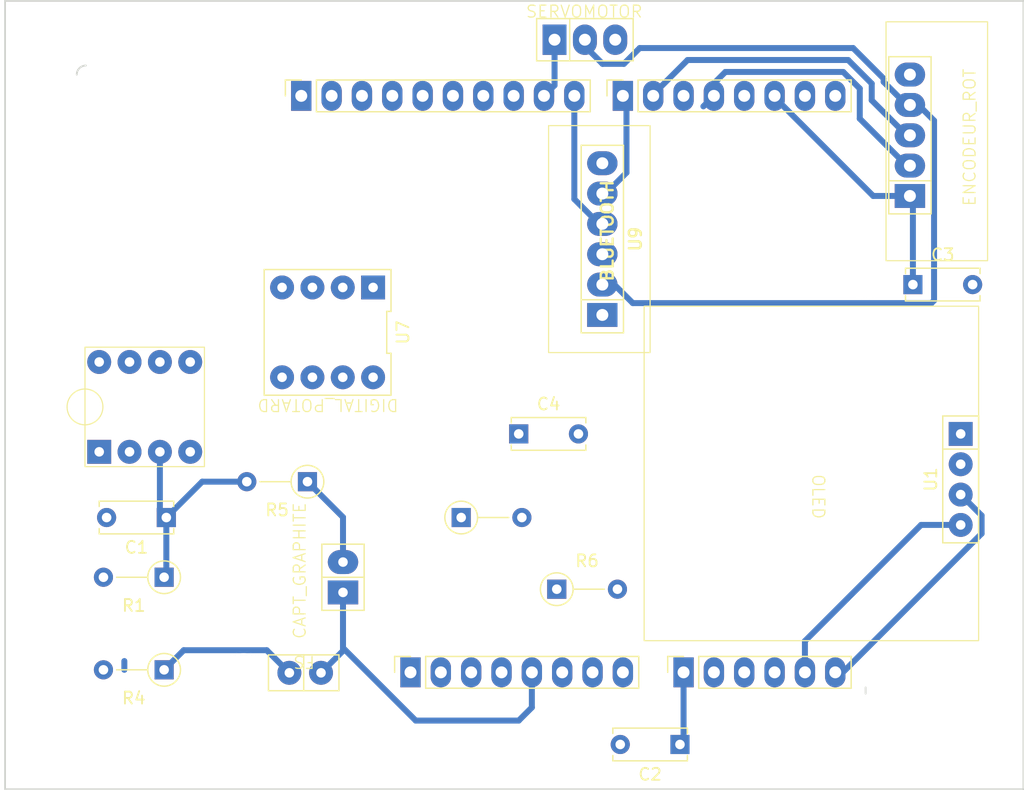
<source format=kicad_pcb>
(kicad_pcb (version 20241229) (generator "pcbnew") (generator_version "9.0")
  (title_block (date "mar. 31 mars 2015"))
  (layers (0 "F.Cu" signal) (2 "B.Cu" signal) (13 "F.Paste" user) (15 "B.Paste" user) (5 "F.SilkS" user "F.Silkscreen") (7 "B.SilkS" user "B.Silkscreen") (1 "F.Mask" user) (3 "B.Mask" user) (25 "Edge.Cuts" user))
  (net 0 "")
  (net 1 "GND")
  (net 3 "/AREF")
  (net 4 "/IOREF")
  (net 5 "/A2")
  (net 6 "/A3")
  (net 7 "/13")
  (net 8 "/12")
  (net 9 "/*11")
  (net 10 "/*10")
  (net 11 "/*9")
  (net 12 "/*5")
  (net 13 "/TX{slash}1")
  (net 14 "/*3")
  (net 15 "/RX{slash}0")
  (net 16 "+3V3")
  (net 17 "VCC")
  (net 18 "/~{RESET}")
  (net 19 "Net-(U4-IN+)")
  (net 20 "Net-(U4-OUT)")
  (net 21 "5V")
  (net 22 "R2")
  (net 23 "OUT_CAPT")
  (net 24 "CAPT_AMPL")
  (net 25 "CLK")
  (net 26 "SCL")
  (net 27 "SDA")
  (net 28 "TXD")
  (net 29 "OUT_FLEX")
  (net 30 "RX")
  (net 31 "SW")
  (net 32 "DT")
  (footprint "Connector_PinSocket_2.54mm:PinSocket_1x08_P2.54mm_Vertical" (layer "F.Cu") (at 127.94 97.46 90)
    (property "Reference" "J1" (hide yes))
    (property "Value" "Power")
    (fp_line (start 1.33 -1.33) (end 1.33 0) (stroke (width 0.12)) (layer "F.SilkS"))
    (fp_line (start 0 -1.33) (end 1.33 -1.33) (stroke (width 0.12)) (layer "F.SilkS"))
    (fp_line (start 1.33 1.27) (end 1.33 19.11) (stroke (width 0.12)) (layer "F.SilkS"))
    (fp_line (start -1.33 1.27) (end 1.33 1.27) (stroke (width 0.12)) (layer "F.SilkS"))
    (fp_line (start -1.33 1.27) (end -1.33 19.11) (stroke (width 0.12)) (layer "F.SilkS"))
    (fp_line (start -1.33 19.11) (end 1.33 19.11) (stroke (width 0.12)) (layer "F.SilkS"))
    (pad "1" thru_hole rect (at 0 0 90) (size 2.5 1.7) (drill 1) (layers "*.Cu" "*.Mask"))
    (pad "2" thru_hole oval (at 0 2.54 90) (size 2.5 1.7) (drill 1) (layers "*.Cu" "*.Mask") (net 4 "/IOREF"))
    (pad "3" thru_hole oval (at 0 5.08 90) (size 2.5 1.7) (drill 1) (layers "*.Cu" "*.Mask") (net 18 "/~{RESET}"))
    (pad "4" thru_hole oval (at 0 7.62 90) (size 2.5 1.7) (drill 1) (layers "*.Cu" "*.Mask") (net 16 "+3V3"))
    (pad "5" thru_hole oval (at 0 10.16 90) (size 2.5 1.7) (drill 1) (layers "*.Cu" "*.Mask") (net 21 "5V"))
    (pad "6" thru_hole oval (at 0 12.7 90) (size 2.5 1.7) (drill 1) (layers "*.Cu" "*.Mask") (net 1 "GND"))
    (pad "7" thru_hole oval (at 0 15.24 90) (size 2.5 1.7) (drill 1) (layers "*.Cu" "*.Mask") (net 1 "GND"))
    (pad "8" thru_hole oval (at 0 17.78 90) (size 2.5 1.7) (drill 1) (layers "*.Cu" "*.Mask") (net 17 "VCC"))
  )
  (footprint "Connector_PinSocket_2.54mm:PinSocket_1x06_P2.54mm_Vertical" (layer "F.Cu") (at 150.8 97.46 90)
    (property "Reference" "J3" (hide yes))
    (property "Value" "Analog")
    (fp_line (start 1.33 -1.33) (end 1.33 0) (stroke (width 0.12)) (layer "F.SilkS"))
    (fp_line (start 0 -1.33) (end 1.33 -1.33) (stroke (width 0.12)) (layer "F.SilkS"))
    (fp_line (start 1.33 1.27) (end 1.33 14.03) (stroke (width 0.12)) (layer "F.SilkS"))
    (fp_line (start -1.33 1.27) (end 1.33 1.27) (stroke (width 0.12)) (layer "F.SilkS"))
    (fp_line (start -1.33 1.27) (end -1.33 14.03) (stroke (width 0.12)) (layer "F.SilkS"))
    (fp_line (start -1.33 14.03) (end 1.33 14.03) (stroke (width 0.12)) (layer "F.SilkS"))
    (pad "1" thru_hole rect (at 0 0 90) (size 2.5 1.7) (drill 1) (layers "*.Cu" "*.Mask") (net 24 "CAPT_AMPL"))
    (pad "2" thru_hole oval (at 0 2.54 90) (size 2.5 1.7) (drill 1) (layers "*.Cu" "*.Mask") (net 29 "OUT_FLEX"))
    (pad "3" thru_hole oval (at 0 5.08 90) (size 2.5 1.7) (drill 1) (layers "*.Cu" "*.Mask") (net 5 "/A2"))
    (pad "4" thru_hole oval (at 0 7.62 90) (size 2.5 1.7) (drill 1) (layers "*.Cu" "*.Mask") (net 6 "/A3"))
    (pad "5" thru_hole oval (at 0 10.16 90) (size 2.5 1.7) (drill 1) (layers "*.Cu" "*.Mask") (net 27 "SDA"))
    (pad "6" thru_hole oval (at 0 12.7 90) (size 2.5 1.7) (drill 1) (layers "*.Cu" "*.Mask") (net 26 "SCL"))
  )
  (footprint "Connector_PinSocket_2.54mm:PinSocket_1x10_P2.54mm_Vertical" (layer "F.Cu") (at 118.796 49.2 90)
    (property "Reference" "J2" (hide yes))
    (property "Value" "Digital/PWM")
    (fp_line (start 1.33 -1.33) (end 1.33 0) (stroke (width 0.12)) (layer "F.SilkS"))
    (fp_line (start 0 -1.33) (end 1.33 -1.33) (stroke (width 0.12)) (layer "F.SilkS"))
    (fp_line (start 1.33 1.27) (end 1.33 24.19) (stroke (width 0.12)) (layer "F.SilkS"))
    (fp_line (start -1.33 1.27) (end 1.33 1.27) (stroke (width 0.12)) (layer "F.SilkS"))
    (fp_line (start -1.33 1.27) (end -1.33 24.19) (stroke (width 0.12)) (layer "F.SilkS"))
    (fp_line (start -1.33 24.19) (end 1.33 24.19) (stroke (width 0.12)) (layer "F.SilkS"))
    (pad "1" thru_hole rect (at 0 0 90) (size 2.5 1.7) (drill 1) (layers "*.Cu" "*.Mask") (net 26 "SCL"))
    (pad "2" thru_hole oval (at 0 2.54 90) (size 2.5 1.7) (drill 1) (layers "*.Cu" "*.Mask") (net 27 "SDA"))
    (pad "3" thru_hole oval (at 0 5.08 90) (size 2.5 1.7) (drill 1) (layers "*.Cu" "*.Mask") (net 3 "/AREF"))
    (pad "4" thru_hole oval (at 0 7.62 90) (size 2.5 1.7) (drill 1) (layers "*.Cu" "*.Mask") (net 1 "GND"))
    (pad "5" thru_hole oval (at 0 10.16 90) (size 2.5 1.7) (drill 1) (layers "*.Cu" "*.Mask") (net 7 "/13"))
    (pad "6" thru_hole oval (at 0 12.7 90) (size 2.5 1.7) (drill 1) (layers "*.Cu" "*.Mask") (net 8 "/12"))
    (pad "7" thru_hole oval (at 0 15.24 90) (size 2.5 1.7) (drill 1) (layers "*.Cu" "*.Mask") (net 9 "/*11"))
    (pad "8" thru_hole oval (at 0 17.78 90) (size 2.5 1.7) (drill 1) (layers "*.Cu" "*.Mask") (net 10 "/*10"))
    (pad "9" thru_hole oval (at 0 20.32 90) (size 2.5 1.7) (drill 1) (layers "*.Cu" "*.Mask") (net 11 "/*9"))
    (pad "10" thru_hole oval (at 0 22.86 90) (size 2.5 1.7) (drill 1) (layers "*.Cu" "*.Mask") (net 28 "TXD"))
  )
  (footprint "Connector_PinSocket_2.54mm:PinSocket_1x08_P2.54mm_Vertical" (layer "F.Cu") (at 145.72 49.2 90)
    (property "Reference" "J4" (hide yes))
    (property "Value" "Digital/PWM")
    (fp_line (start 1.33 -1.33) (end 1.33 0) (stroke (width 0.12)) (layer "F.SilkS"))
    (fp_line (start 0 -1.33) (end 1.33 -1.33) (stroke (width 0.12)) (layer "F.SilkS"))
    (fp_line (start 1.33 1.27) (end 1.33 19.11) (stroke (width 0.12)) (layer "F.SilkS"))
    (fp_line (start -1.33 1.27) (end 1.33 1.27) (stroke (width 0.12)) (layer "F.SilkS"))
    (fp_line (start -1.33 1.27) (end -1.33 19.11) (stroke (width 0.12)) (layer "F.SilkS"))
    (fp_line (start -1.33 19.11) (end 1.33 19.11) (stroke (width 0.12)) (layer "F.SilkS"))
    (pad "1" thru_hole rect (at 0 0 90) (size 2.5 1.7) (drill 1) (layers "*.Cu" "*.Mask") (net 30 "RX"))
    (pad "2" thru_hole oval (at 0 2.54 90) (size 2.5 1.7) (drill 1) (layers "*.Cu" "*.Mask") (net 31 "SW"))
    (pad "3" thru_hole oval (at 0 5.08 90) (size 2.5 1.7) (drill 1) (layers "*.Cu" "*.Mask") (net 12 "/*5"))
    (pad "4" thru_hole oval (at 0 7.62 90) (size 2.5 1.7) (drill 1) (layers "*.Cu" "*.Mask") (net 32 "DT"))
    (pad "5" thru_hole oval (at 0 10.16 90) (size 2.5 1.7) (drill 1) (layers "*.Cu" "*.Mask") (net 14 "/*3"))
    (pad "6" thru_hole oval (at 0 12.7 90) (size 2.5 1.7) (drill 1) (layers "*.Cu" "*.Mask") (net 25 "CLK"))
    (pad "7" thru_hole oval (at 0 15.24 90) (size 2.5 1.7) (drill 1) (layers "*.Cu" "*.Mask") (net 13 "/TX{slash}1"))
    (pad "8" thru_hole oval (at 0 17.78 90) (size 2.5 1.7) (drill 1) (layers "*.Cu" "*.Mask") (net 15 "/RX{slash}0"))
  )
  (footprint "librairie_empreintes:R_Axial_DIN0207_L6.3mm_D2.5mm_P5.08mm_Vertical" (layer "F.Cu") (at 107.315 97.25 180)
    (property "Reference" "R4" (at 2.54 -2.37 0) (layer "F.SilkS"))
    (property "Value" "47k")
    (fp_line (start 1.37 0) (end 3.98 0) (stroke (width 0.12)) (layer "F.SilkS"))
    (fp_circle (center 0 0) (end 1.37 0) (stroke (width 0.12)) (fill no) (layer "F.SilkS"))
    (pad "1" thru_hole rect (at 0 0 180) (size 1.6 1.6) (drill 0.8) (layers "*.Cu" "*.Mask") (net 29 "OUT_FLEX"))
    (pad "2" thru_hole oval (at 5.08 0 180) (size 1.6 1.6) (drill 0.8) (layers "*.Cu" "*.Mask") (net 1 "GND"))
  )
  (footprint "librairie_empreintes:SIP-3" (layer "F.Cu") (at 142.54 44.5)
    (property "Reference" "U6" (hide yes))
    (property "Value" "~" (hide yes))
    (fp_line (start -4.04 -1.77) (end 4.04 -1.77) (stroke (width 0.12)) (layer "F.SilkS"))
    (fp_line (start -4.04 1.77) (end -4.04 -1.77) (stroke (width 0.12)) (layer "F.SilkS"))
    (fp_line (start -1.27 -1.77) (end -1.27 1.77) (stroke (width 0.12)) (layer "F.SilkS"))
    (fp_line (start 4.04 -1.77) (end 4.04 1.77) (stroke (width 0.12)) (layer "F.SilkS"))
    (fp_line (start 4.04 1.77) (end -4.04 1.77) (stroke (width 0.12)) (layer "F.SilkS"))
    (fp_text user "SERVOMOTOR" (at -5 -1.77 0) (layer "F.SilkS") (effects (font (thickness 0.1)) (justify left bottom)))
    (pad "1" thru_hole rect (at -2.54 0) (size 2 2.54) (drill 1) (layers "*.Cu" "*.Mask") (net 11 "/*9"))
    (pad "2" thru_hole oval (at 0 0) (size 2 2.54) (drill 1) (layers "*.Cu" "*.Mask") (net 21 "5V"))
    (pad "3" thru_hole oval (at 2.54 0) (size 2 2.54) (drill 1) (layers "*.Cu" "*.Mask") (net 1 "GND"))
  )
  (footprint "librairie_empreintes:R_Axial_DIN0207_L6.3mm_D2.5mm_P5.08mm_Vertical" (layer "F.Cu") (at 119.315 81.5 180)
    (property "Reference" "R5" (at 2.54 -2.37 0) (layer "F.SilkS"))
    (property "Value" "10k")
    (fp_line (start 1.37 0) (end 3.98 0) (stroke (width 0.12)) (layer "F.SilkS"))
    (fp_circle (center 0 0) (end 1.37 0) (stroke (width 0.12)) (fill no) (layer "F.SilkS"))
    (pad "1" thru_hole rect (at 0 0 180) (size 1.6 1.6) (drill 0.8) (layers "*.Cu" "*.Mask") (net 23 "OUT_CAPT"))
    (pad "2" thru_hole oval (at 5.08 0 180) (size 1.6 1.6) (drill 0.8) (layers "*.Cu" "*.Mask") (net 19 "Net-(U4-IN+)"))
  )
  (footprint "librairie_empreintes:DIP-8_296" (layer "F.Cu") (at 121 69 180)
    (property "Reference" "U7" (at -6.31 0 90) (layer "F.SilkS"))
    (property "Value" "~" (hide yes))
    (fp_line (start 5.31 5.26) (end 5.31 -5.26) (stroke (width 0.12)) (layer "F.SilkS"))
    (fp_line (start 5.31 -5.26) (end -5.31 -5.26) (stroke (width 0.12)) (layer "F.SilkS"))
    (fp_line (start -4.95 1.753333) (end -5.31 1.753333) (stroke (width 0.12)) (layer "F.SilkS"))
    (fp_line (start -4.95 -1.753333) (end -4.95 1.753333) (stroke (width 0.12)) (layer "F.SilkS"))
    (fp_line (start -5.31 5.26) (end 5.31 5.26) (stroke (width 0.12)) (layer "F.SilkS"))
    (fp_line (start -5.31 1.753333) (end -5.31 5.26) (stroke (width 0.12)) (layer "F.SilkS"))
    (fp_line (start -5.31 -1.753333) (end -4.95 -1.753333) (stroke (width 0.12)) (layer "F.SilkS"))
    (fp_line (start -5.31 -5.26) (end -5.31 -1.753333) (stroke (width 0.12)) (layer "F.SilkS"))
    (fp_text user "DIGITAL_POTARD" (at -6 -5.5 180) (layer "F.SilkS") (effects (font (thickness 0.1)) (justify left bottom)))
    (pad "1" thru_hole rect (at -3.81 3.76 180) (size 2 2) (drill 0.8) (layers "*.Cu" "*.Mask") (net 10 "/*10"))
    (pad "2" thru_hole circle (at -1.27 3.76 180) (size 2 2) (drill 0.8) (layers "*.Cu" "*.Mask") (net 7 "/13"))
    (pad "3" thru_hole circle (at 1.27 3.76 180) (size 2 2) (drill 0.8) (layers "*.Cu" "*.Mask") (net 9 "/*11"))
    (pad "4" thru_hole circle (at 3.81 3.76 180) (size 2 2) (drill 0.8) (layers "*.Cu" "*.Mask") (net 1 "GND"))
    (pad "5" thru_hole circle (at 3.81 -3.76 180) (size 2 2) (drill 0.8) (layers "*.Cu" "*.Mask") (net 1 "GND"))
    (pad "6" thru_hole circle (at 1.27 -3.76 180) (size 2 2) (drill 0.8) (layers "*.Cu" "*.Mask") (net 1 "GND"))
    (pad "7" thru_hole circle (at -1.27 -3.76 180) (size 2 2) (drill 0.8) (layers "*.Cu" "*.Mask") (net 22 "R2"))
    (pad "8" thru_hole circle (at -3.81 -3.76 180) (size 2 2) (drill 0.8) (layers "*.Cu" "*.Mask") (net 21 "5V"))
  )
  (footprint "librairie_empreintes:C_Disc_D6.0mm_W2.5mm_P5.00mm" (layer "F.Cu") (at 170 65)
    (property "Reference" "C3" (at 2.5 -2.5 0) (layer "F.SilkS"))
    (property "Value" "100n")
    (fp_line (start -0.62 -1.37) (end -0.62 -0.925) (stroke (width 0.12)) (layer "F.SilkS"))
    (fp_line (start -0.62 -1.37) (end 5.62 -1.37) (stroke (width 0.12)) (layer "F.SilkS"))
    (fp_line (start -0.62 0.925) (end -0.62 1.37) (stroke (width 0.12)) (layer "F.SilkS"))
    (fp_line (start -0.62 1.37) (end 5.62 1.37) (stroke (width 0.12)) (layer "F.SilkS"))
    (fp_line (start 5.62 -1.37) (end 5.62 -0.925) (stroke (width 0.12)) (layer "F.SilkS"))
    (fp_line (start 5.62 0.925) (end 5.62 1.37) (stroke (width 0.12)) (layer "F.SilkS"))
    (pad "1" thru_hole rect (at 0 0) (size 1.6 1.6) (drill 0.8) (layers "*.Cu" "*.Mask") (net 25 "CLK"))
    (pad "2" thru_hole circle (at 5 0) (size 1.6 1.6) (drill 0.8) (layers "*.Cu" "*.Mask") (net 1 "GND"))
  )
  (footprint "librairie_empreintes:SIP-4" (layer "F.Cu") (at 174 81.31 -90)
    (property "Reference" "U1" (at 0 2.5 90) (layer "F.SilkS"))
    (property "Value" "~")
    (fp_line (start -5.31 1.5) (end -5.31 -1.5) (stroke (width 0.12)) (layer "F.SilkS"))
    (fp_line (start 5.31 1.5) (end -5.31 1.5) (stroke (width 0.12)) (layer "F.SilkS"))
    (fp_line (start -5.31 -1.5) (end 5.31 -1.5) (stroke (width 0.12)) (layer "F.SilkS"))
    (fp_line (start -2.54 -1.5) (end -2.54 1.5) (stroke (width 0.12)) (layer "F.SilkS"))
    (fp_line (start 5.31 -1.5) (end 5.31 1.5) (stroke (width 0.12)) (layer "F.SilkS"))
    (fp_rect (start -14.5 -1.5) (end 13.5 26.5) (stroke (width 0.1)) (fill no) (layer "F.SilkS"))
    (fp_text user "OLED" (at -0.5 12.5 270) (layer "F.SilkS") (effects (font (thickness 0.1)) (justify left bottom)))
    (pad "1" thru_hole rect (at -3.81 0 270) (size 2 2) (drill 0.8) (layers "*.Cu" "*.Mask") (net 1 "GND"))
    (pad "2" thru_hole circle (at -1.27 0 270) (size 2 2) (drill 0.8) (layers "*.Cu" "*.Mask") (net 21 "5V"))
    (pad "3" thru_hole circle (at 1.27 0 270) (size 2 2) (drill 0.8) (layers "*.Cu" "*.Mask") (net 26 "SCL"))
    (pad "4" thru_hole circle (at 3.81 0 270) (size 2 2) (drill 0.8) (layers "*.Cu" "*.Mask") (net 27 "SDA"))
  )
  (footprint "librairie_empreintes:C_Disc_D6.0mm_W2.5mm_P5.00mm" (layer "F.Cu") (at 107.5 84.5 180)
    (property "Reference" "C1" (at 2.5 -2.5 0) (layer "F.SilkS"))
    (property "Value" "100n")
    (fp_line (start 5.62 0.925) (end 5.62 1.37) (stroke (width 0.12)) (layer "F.SilkS"))
    (fp_line (start 5.62 -1.37) (end 5.62 -0.925) (stroke (width 0.12)) (layer "F.SilkS"))
    (fp_line (start -0.62 1.37) (end 5.62 1.37) (stroke (width 0.12)) (layer "F.SilkS"))
    (fp_line (start -0.62 0.925) (end -0.62 1.37) (stroke (width 0.12)) (layer "F.SilkS"))
    (fp_line (start -0.62 -1.37) (end 5.62 -1.37) (stroke (width 0.12)) (layer "F.SilkS"))
    (fp_line (start -0.62 -1.37) (end -0.62 -0.925) (stroke (width 0.12)) (layer "F.SilkS"))
    (pad "1" thru_hole rect (at 0 0 180) (size 1.6 1.6) (drill 0.8) (layers "*.Cu" "*.Mask") (net 19 "Net-(U4-IN+)"))
    (pad "2" thru_hole circle (at 5 0 180) (size 1.6 1.6) (drill 0.8) (layers "*.Cu" "*.Mask") (net 1 "GND"))
  )
  (footprint "librairie_empreintes:C_Disc_D6.0mm_W2.5mm_P5.00mm" (layer "F.Cu") (at 137 77.5)
    (property "Reference" "C4" (at 2.5 -2.5 0) (layer "F.SilkS"))
    (property "Value" "1u")
    (fp_line (start -0.62 -1.37) (end -0.62 -0.925) (stroke (width 0.12)) (layer "F.SilkS"))
    (fp_line (start -0.62 -1.37) (end 5.62 -1.37) (stroke (width 0.12)) (layer "F.SilkS"))
    (fp_line (start -0.62 0.925) (end -0.62 1.37) (stroke (width 0.12)) (layer "F.SilkS"))
    (fp_line (start -0.62 1.37) (end 5.62 1.37) (stroke (width 0.12)) (layer "F.SilkS"))
    (fp_line (start 5.62 -1.37) (end 5.62 -0.925) (stroke (width 0.12)) (layer "F.SilkS"))
    (fp_line (start 5.62 0.925) (end 5.62 1.37) (stroke (width 0.12)) (layer "F.SilkS"))
    (pad "1" thru_hole rect (at 0 0) (size 1.6 1.6) (drill 0.8) (layers "*.Cu" "*.Mask") (net 22 "R2"))
    (pad "2" thru_hole circle (at 5 0) (size 1.6 1.6) (drill 0.8) (layers "*.Cu" "*.Mask") (net 20 "Net-(U4-OUT)"))
  )
  (footprint "Arduino_MountingHole:MountingHole_3.2mm" (layer "F.Cu") (at 115.24 49.2)
    (property "Reference" "MH1" (hide yes))
    (property "Value" "MountingHole_3.2mm" (hide yes))
    (pad "" np_thru_hole circle (at 0 0) (size 3.2 3.2) (drill 3.2) (layers "*.Cu" "*.Mask"))
  )
  (footprint "librairie_empreintes:CAPTEUR_GRAPHITE" (layer "F.Cu") (at 128.29 88.73 90)
    (property "Reference" "U8" (hide yes))
    (property "Value" "~" (hide yes))
    (fp_line (start 2 -7.77) (end 2 -4.23) (stroke (width 0.12)) (layer "F.SilkS"))
    (fp_line (start -0.77 -7.77) (end -0.77 -4.23) (stroke (width 0.12)) (layer "F.SilkS"))
    (fp_line (start -3.54 -7.77) (end 2 -7.77) (stroke (width 0.12)) (layer "F.SilkS"))
    (fp_line (start 2 -4.23) (end -3.54 -4.23) (stroke (width 0.12)) (layer "F.SilkS"))
    (fp_line (start -3.54 -4.23) (end -3.54 -7.77) (stroke (width 0.12)) (layer "F.SilkS"))
    (fp_text user "CAPT_GRAPHITE" (at -6 -9.04 90) (layer "F.SilkS") (effects (font (thickness 0.1)) (justify left bottom)))
    (pad "1" thru_hole rect (at -2.04 -6 90) (size 2 2.54) (drill 0.8) (layers "*.Cu" "*.Mask") (net 21 "5V"))
    (pad "2" thru_hole oval (at 0.5 -6 90) (size 2 2.54) (drill 0.8) (layers "*.Cu" "*.Mask") (net 23 "OUT_CAPT"))
  )
  (footprint "librairie_empreintes:R_Axial_DIN0207_L6.3mm_D2.5mm_P5.08mm_Vertical" (layer "F.Cu") (at 132.185 84.5)
    (property "Reference" "R3" (hide yes))
    (property "Value" "100k")
    (fp_line (start 1.37 0) (end 3.98 0) (stroke (width 0.12)) (layer "F.SilkS"))
    (fp_circle (center 0 0) (end 1.37 0) (stroke (width 0.12)) (fill no) (layer "F.SilkS"))
    (pad "1" thru_hole rect (at 0 0) (size 1.6 1.6) (drill 0.8) (layers "*.Cu" "*.Mask") (net 22 "R2"))
    (pad "2" thru_hole oval (at 5.08 0) (size 1.6 1.6) (drill 0.8) (layers "*.Cu" "*.Mask") (net 20 "Net-(U4-OUT)"))
  )
  (footprint "librairie_empreintes:BLUETOOTH" (layer "F.Cu") (at 144 61.19 90)
    (property "Reference" "U9" (at 0 2.77 90) (layer "F.SilkS") (effects (font (thickness 0.2) (bold yes))))
    (property "Value" "~" (hide yes))
    (fp_line (start 7.85 -1.77) (end 7.85 1.77) (stroke (width 0.12)) (layer "F.SilkS"))
    (fp_line (start -5.08 -1.77) (end -5.08 1.77) (stroke (width 0.12)) (layer "F.SilkS"))
    (fp_line (start -7.85 -1.77) (end 7.85 -1.77) (stroke (width 0.12)) (layer "F.SilkS"))
    (fp_line (start 7.85 1.77) (end -7.85 1.77) (stroke (width 0.12)) (layer "F.SilkS"))
    (fp_line (start -7.85 1.77) (end -7.85 -1.77) (stroke (width 0.12)) (layer "F.SilkS"))
    (fp_rect (start -9.5 -4.5) (end 9.5 4) (stroke (width 0.1)) (fill no) (layer "F.SilkS"))
    (fp_text user "BLUETOOTH" (at -3.65 1 90) (layer "F.SilkS") (effects (font (thickness 0.2) (bold yes)) (justify left bottom)))
    (pad "1" thru_hole rect (at -6.35 0 90) (size 2 2.54) (drill 1) (layers "*.Cu" "*.Mask"))
    (pad "2" thru_hole oval (at -3.81 0 90) (size 2 2.54) (drill 1) (layers "*.Cu" "*.Mask") (net 21 "5V"))
    (pad "3" thru_hole oval (at -1.27 0 90) (size 2 2.54) (drill 1) (layers "*.Cu" "*.Mask") (net 1 "GND"))
    (pad "4" thru_hole oval (at 1.27 0 90) (size 2 2.54) (drill 1) (layers "*.Cu" "*.Mask") (net 28 "TXD"))
    (pad "5" thru_hole oval (at 3.81 0 90) (size 2 2.54) (drill 1) (layers "*.Cu" "*.Mask") (net 30 "RX"))
    (pad "6" thru_hole oval (at 6.35 0 90) (size 2 2.54) (drill 1) (layers "*.Cu" "*.Mask"))
  )
  (footprint "librairie_empreintes:C_Disc_D6.0mm_W2.5mm_P5.00mm" (layer "F.Cu") (at 150.5 103.5 180)
    (property "Reference" "C2" (at 2.5 -2.5 0) (layer "F.SilkS"))
    (property "Value" "100n")
    (fp_line (start 5.62 0.925) (end 5.62 1.37) (stroke (width 0.12)) (layer "F.SilkS"))
    (fp_line (start 5.62 -1.37) (end 5.62 -0.925) (stroke (width 0.12)) (layer "F.SilkS"))
    (fp_line (start -0.62 1.37) (end 5.62 1.37) (stroke (width 0.12)) (layer "F.SilkS"))
    (fp_line (start -0.62 0.925) (end -0.62 1.37) (stroke (width 0.12)) (layer "F.SilkS"))
    (fp_line (start -0.62 -1.37) (end 5.62 -1.37) (stroke (width 0.12)) (layer "F.SilkS"))
    (fp_line (start -0.62 -1.37) (end -0.62 -0.925) (stroke (width 0.12)) (layer "F.SilkS"))
    (pad "1" thru_hole rect (at 0 0 180) (size 1.6 1.6) (drill 0.8) (layers "*.Cu" "*.Mask") (net 24 "CAPT_AMPL"))
    (pad "2" thru_hole circle (at 5 0 180) (size 1.6 1.6) (drill 0.8) (layers "*.Cu" "*.Mask") (net 1 "GND"))
  )
  (footprint "librairie_empreintes:SIP-2" (layer "F.Cu") (at 119 96.75 180)
    (property "Reference" "U5" (hide yes))
    (property "Value" "~" (hide yes))
    (fp_line (start 2.95 0.75) (end -2.95 0.75) (stroke (width 0.12)) (layer "F.SilkS"))
    (fp_line (start 2.95 -2.25) (end 2.95 0.75) (stroke (width 0.12)) (layer "F.SilkS"))
    (fp_line (start 0 -2.25) (end 0 0.75) (stroke (width 0.12)) (layer "F.SilkS"))
    (fp_line (start -2.95 0.75) (end -2.95 -2.25) (stroke (width 0.12)) (layer "F.SilkS"))
    (fp_line (start -2.95 -2.25) (end 2.95 -2.25) (stroke (width 0.12)) (layer "F.SilkS"))
    (fp_text user "FS" (at -1 0.75 180) (layer "F.SilkS") (effects (font (thickness 0.1)) (justify left bottom)))
    (pad "1" thru_hole circle (at -1.45 -0.75 180) (size 2 2) (drill 0.8) (layers "*.Cu" "*.Mask") (net 21 "5V"))
    (pad "2" thru_hole circle (at 1.2 -0.75 180) (size 2 2) (drill 0.8) (layers "*.Cu" "*.Mask") (net 29 "OUT_FLEX"))
  )
  (footprint "librairie_empreintes:DIP-8_296" (layer "F.Cu") (at 105.69 75.24)
    (property "Reference" "U4" (hide yes))
    (property "Value" "~" (hide yes))
    (fp_rect (start -5 -5) (end 5 5) (stroke (width 0.1)) (fill no) (layer "F.SilkS"))
    (fp_circle (center -5 0) (end -3.5 0) (stroke (width 0.1)) (fill no) (layer "F.SilkS"))
    (pad "1" thru_hole rect (at -3.81 3.76) (size 2 2) (drill 0.8) (layers "*.Cu" "*.Mask"))
    (pad "2" thru_hole circle (at -1.27 3.76) (size 2 2) (drill 0.8) (layers "*.Cu" "*.Mask") (net 22 "R2"))
    (pad "3" thru_hole circle (at 1.27 3.76) (size 2 2) (drill 0.8) (layers "*.Cu" "*.Mask") (net 19 "Net-(U4-IN+)"))
    (pad "4" thru_hole circle (at 3.81 3.76) (size 2 2) (drill 0.8) (layers "*.Cu" "*.Mask") (net 1 "GND"))
    (pad "5" thru_hole circle (at 3.81 -3.76) (size 2 2) (drill 0.8) (layers "*.Cu" "*.Mask"))
    (pad "6" thru_hole circle (at 1.27 -3.76) (size 2 2) (drill 0.8) (layers "*.Cu" "*.Mask") (net 20 "Net-(U4-OUT)"))
    (pad "7" thru_hole circle (at -1.27 -3.76) (size 2 2) (drill 0.8) (layers "*.Cu" "*.Mask") (net 21 "5V"))
    (pad "8" thru_hole circle (at -3.81 -3.76) (size 2 2) (drill 0.8) (layers "*.Cu" "*.Mask"))
  )
  (footprint "librairie_empreintes:ENCODEUR ROT" (layer "F.Cu") (at 169.75 52.5 90)
    (property "Reference" "U2" (hide yes))
    (property "Value" "~" (hide yes))
    (fp_line (start 6.58 -1.77) (end 6.58 1.77) (stroke (width 0.12)) (layer "F.SilkS"))
    (fp_line (start -3.81 -1.77) (end -3.81 1.77) (stroke (width 0.12)) (layer "F.SilkS"))
    (fp_line (start -6.58 -1.77) (end 6.58 -1.77) (stroke (width 0.12)) (layer "F.SilkS"))
    (fp_line (start 6.58 1.77) (end -6.58 1.77) (stroke (width 0.12)) (layer "F.SilkS"))
    (fp_line (start -6.58 1.77) (end -6.58 -1.77) (stroke (width 0.12)) (layer "F.SilkS"))
    (fp_rect (start -10.5 -2) (end 9.5 6.5) (stroke (width 0.1)) (fill no) (layer "F.SilkS"))
    (fp_text user "ENCODEUR_ROT" (at -6 5.58 90) (layer "F.SilkS") (effects (font (thickness 0.1)) (justify left bottom)))
    (pad "1" thru_hole rect (at -5.08 0 90) (size 2 2.54) (drill 1) (layers "*.Cu" "*.Mask") (net 25 "CLK"))
    (pad "2" thru_hole oval (at -2.54 0 90) (size 2 2.54) (drill 1) (layers "*.Cu" "*.Mask") (net 32 "DT"))
    (pad "3" thru_hole oval (at 0 0 90) (size 2 2.54) (drill 1) (layers "*.Cu" "*.Mask") (net 31 "SW"))
    (pad "4" thru_hole oval (at 2.54 0 90) (size 2 2.54) (drill 1) (layers "*.Cu" "*.Mask") (net 21 "5V"))
    (pad "5" thru_hole oval (at 5.08 0 90) (size 2 2.54) (drill 1) (layers "*.Cu" "*.Mask") (net 1 "GND"))
  )
  (footprint "Arduino_MountingHole:MountingHole_3.2mm" (layer "F.Cu") (at 113.97 97.46)
    (property "Reference" "MH2" (hide yes))
    (property "Value" "MountingHole_3.2mm" (hide yes))
    (pad "" np_thru_hole circle (at 0 0) (size 3.2 3.2) (drill 3.2) (layers "*.Cu" "*.Mask"))
  )
  (footprint "Arduino_MountingHole:MountingHole_3.2mm" (layer "F.Cu") (at 166.04 64.44)
    (property "Reference" "MH3" (hide yes))
    (property "Value" "MountingHole_3.2mm" (hide yes))
    (pad "" np_thru_hole circle (at 0 0) (size 3.2 3.2) (drill 3.2) (layers "*.Cu" "*.Mask"))
  )
  (footprint "Arduino_MountingHole:MountingHole_3.2mm" (layer "F.Cu") (at 166.04 92.38)
    (property "Reference" "MH4" (hide yes))
    (property "Value" "MountingHole_3.2mm" (hide yes))
    (pad "" np_thru_hole circle (at 0 0) (size 3.2 3.2) (drill 3.2) (layers "*.Cu" "*.Mask"))
  )
  (footprint "librairie_empreintes:R_Axial_DIN0207_L6.3mm_D2.5mm_P5.08mm_Vertical" (layer "F.Cu") (at 107.315 89.5 180)
    (property "Reference" "R1" (at 2.54 -2.37 0) (layer "F.SilkS"))
    (property "Value" "100k")
    (fp_line (start 1.37 0) (end 3.98 0) (stroke (width 0.12)) (layer "F.SilkS"))
    (fp_circle (center 0 0) (end 1.37 0) (stroke (width 0.12)) (fill no) (layer "F.SilkS"))
    (pad "1" thru_hole rect (at 0 0 180) (size 1.6 1.6) (drill 0.8) (layers "*.Cu" "*.Mask") (net 19 "Net-(U4-IN+)"))
    (pad "2" thru_hole oval (at 5.08 0 180) (size 1.6 1.6) (drill 0.8) (layers "*.Cu" "*.Mask") (net 1 "GND"))
  )
  (footprint "librairie_empreintes:R_Axial_DIN0207_L6.3mm_D2.5mm_P5.08mm_Vertical" (layer "F.Cu") (at 140.185 90.5)
    (property "Reference" "R6" (at 2.54 -2.37 0) (layer "F.SilkS"))
    (property "Value" "1k")
    (fp_line (start 1.37 0) (end 3.98 0) (stroke (width 0.12)) (layer "F.SilkS"))
    (fp_circle (center 0 0) (end 1.37 0) (stroke (width 0.12)) (fill no) (layer "F.SilkS"))
    (pad "1" thru_hole rect (at 0 0) (size 1.6 1.6) (drill 0.8) (layers "*.Cu" "*.Mask") (net 20 "Net-(U4-OUT)"))
    (pad "2" thru_hole oval (at 5.08 0) (size 1.6 1.6) (drill 0.8) (layers "*.Cu" "*.Mask") (net 24 "CAPT_AMPL"))
  )
  (gr_rect (start 94 41.25) (end 179.25 107.25) (stroke (width 0.15)) (fill no) (layer "Edge.Cuts"))
  (gr_line (start 166.04 98.73) (end 166.04 99.238) (stroke (width 0.15)) (layer "Edge.Cuts"))
  (gr_arc (start 100 47.422) (mid 100.223185 46.883185) (end 100.762 46.66) (stroke (width 0.15)) (layer "Edge.Cuts"))
  (segment (start 126.416 48.314) (end 126.416 49.2) (width 0.5) (layer "F.Cu") (net 1))
  (segment (start 103.985 96.515) (end 103.985 97.25) (width 0.5) (layer "B.Cu") (net 1))
  (segment (start 139.116 49.036) (end 139.116 49.2) (width 0.5) (layer "B.Cu") (net 11))
  (segment (start 140 48.316) (end 139.116 49.2) (width 0.5) (layer "B.Cu") (net 11))
  (segment (start 140 44.5) (end 140 48.316) (width 0.5) (layer "B.Cu") (net 11))
  (segment (start 106.96 79) (end 106.96 83.96) (width 0.5) (layer "B.Cu") (net 19))
  (segment (start 110.5 81.5) (end 107.5 84.5) (width 0.5) (layer "B.Cu") (net 19))
  (segment (start 106.96 83.96) (end 107.5 84.5) (width 0.5) (layer "B.Cu") (net 19))
  (segment (start 107.5 84.5) (end 107.5 89.315) (width 0.5) (layer "B.Cu") (net 19))
  (segment (start 107.5 89.315) (end 107.315 89.5) (width 0.5) (layer "B.Cu") (net 19))
  (segment (start 114.235 81.5) (end 110.5 81.5) (width 0.5) (layer "B.Cu") (net 19))
  (segment (start 171.771 66.331) (end 171.771 51.271) (width 0.5) (layer "B.Cu") (net 21))
  (segment (start 167.553472 48.033472) (end 167.553472 47.75806) (width 0.5) (layer "B.Cu") (net 21))
  (segment (start 122.29 95.412) (end 128.378 101.5) (width 0.5) (layer "B.Cu") (net 21))
  (segment (start 144 65) (end 145 65) (width 0.5) (layer "B.Cu") (net 21))
  (segment (start 144.021 46.521) (end 142.54 45.04) (width 0.5) (layer "B.Cu") (net 21))
  (segment (start 137 101.5) (end 138.1 100.4) (width 0.5) (layer "B.Cu") (net 21))
  (segment (start 169.75 49.96) (end 169.48 49.96) (width 0.5) (layer "B.Cu") (net 21))
  (segment (start 145 65) (end 146.551 66.551) (width 0.5) (layer "B.Cu") (net 21))
  (segment (start 138.1 100.4) (end 138.1 97.46) (width 0.5) (layer "B.Cu") (net 21))
  (segment (start 146.551 66.551) (end 171.551 66.551) (width 0.5) (layer "B.Cu") (net 21))
  (segment (start 167.553472 47.75806) (end 164.992412 45.197) (width 0.5) (layer "B.Cu") (net 21))
  (segment (start 169.48 49.96) (end 167.553472 48.033472) (width 0.5) (layer "B.Cu") (net 21))
  (segment (start 128.378 101.5) (end 137 101.5) (width 0.5) (layer "B.Cu") (net 21))
  (segment (start 147.129288 45.197) (end 145.805288 46.521) (width 0.5) (layer "B.Cu") (net 21))
  (segment (start 122.29 95.66) (end 122.29 90.77) (width 0.5) (layer "B.Cu") (net 21))
  (segment (start 122.29 90.77) (end 122.29 95.412) (width 0.5) (layer "B.Cu") (net 21))
  (segment (start 142.54 45.04) (end 142.54 44.5) (width 0.5) (layer "B.Cu") (net 21))
  (segment (start 145.805288 46.521) (end 144.021 46.521) (width 0.5) (layer "B.Cu") (net 21))
  (segment (start 164.992412 45.197) (end 147.129288 45.197) (width 0.5) (layer "B.Cu") (net 21))
  (segment (start 120.45 97.5) (end 122.29 95.66) (width 0.5) (layer "B.Cu") (net 21))
  (segment (start 171.551 66.551) (end 171.771 66.331) (width 0.5) (layer "B.Cu") (net 21))
  (segment (start 171.771 51.271) (end 170.46 49.96) (width 0.5) (layer "B.Cu") (net 21))
  (segment (start 170.46 49.96) (end 169.75 49.96) (width 0.5) (layer "B.Cu") (net 21))
  (segment (start 122.29 84.475) (end 119.315 81.5) (width 0.5) (layer "B.Cu") (net 23))
  (segment (start 122.29 88.23) (end 122.29 84.475) (width 0.5) (layer "B.Cu") (net 23))
  (segment (start 150.8 103.2) (end 150.5 103.5) (width 0.5) (layer "B.Cu") (net 24))
  (segment (start 150.8 97.46) (end 150.8 103.2) (width 0.5) (layer "B.Cu") (net 24))
  (segment (start 170 65) (end 170 57.83) (width 0.5) (layer "B.Cu") (net 25))
  (segment (start 169.75 57.58) (end 166.675844 57.58) (width 0.5) (layer "B.Cu") (net 25))
  (segment (start 166.675844 57.58) (end 158.42 49.324156) (width 0.5) (layer "B.Cu") (net 25))
  (segment (start 158.42 49.324156) (end 158.42 49.2) (width 0.5) (layer "B.Cu") (net 25))
  (segment (start 170 57.83) (end 169.75 57.58) (width 0.5) (layer "B.Cu") (net 25))
  (segment (start 175.751 85.845288) (end 175.751 84.331) (width 0.5) (layer "B.Cu") (net 26))
  (segment (start 163.751 97.209) (end 163.5 97.46) (width 0.5) (layer "B.Cu") (net 26))
  (segment (start 163.5 97.46) (end 164.136288 97.46) (width 0.5) (layer "B.Cu") (net 26))
  (segment (start 175.751 84.331) (end 174 82.58) (width 0.5) (layer "B.Cu") (net 26))
  (segment (start 164.136288 97.46) (end 175.751 85.845288) (width 0.5) (layer "B.Cu") (net 26))
  (segment (start 170.682291 85.12) (end 160.96 94.842291) (width 0.5) (layer "B.Cu") (net 27))
  (segment (start 160.96 94.842291) (end 160.96 97.46) (width 0.5) (layer "B.Cu") (net 27))
  (segment (start 174 85.12) (end 170.682291 85.12) (width 0.5) (layer "B.Cu") (net 27))
  (segment (start 144 59.92) (end 143.73 59.92) (width 0.5) (layer "B.Cu") (net 28))
  (segment (start 141.656 57.846) (end 141.656 49.2) (width 0.5) (layer "B.Cu") (net 28))
  (segment (start 143.73 59.92) (end 141.656 57.846) (width 0.5) (layer "B.Cu") (net 28))
  (segment (start 115.909 95.609) (end 117.8 97.5) (width 0.5) (layer "B.Cu") (net 29))
  (segment (start 107.315 97.25) (end 108.956 95.609) (width 0.5) (layer "B.Cu") (net 29))
  (segment (start 153.34 97.46) (end 153.34 98.122) (width 0.5) (layer "B.Cu") (net 29))
  (segment (start 108.956 95.609) (end 115.909 95.609) (width 0.5) (layer "B.Cu") (net 29))
  (segment (start 146.021 55.629) (end 146.021 49.501) (width 0.5) (layer "B.Cu") (net 30))
  (segment (start 144.27 57.38) (end 146.021 55.629) (width 0.5) (layer "B.Cu") (net 30))
  (segment (start 146.021 49.501) (end 145.72 49.2) (width 0.5) (layer "B.Cu") (net 30))
  (segment (start 144 57.38) (end 144.27 57.38) (width 0.5) (layer "B.Cu") (net 30))
  (segment (start 169.48 52.5) (end 166.552472 49.572472) (width 0.5) (layer "B.Cu") (net 31))
  (segment (start 148.26 49.075844) (end 148.26 49.2) (width 0.5) (layer "B.Cu") (net 31))
  (segment (start 166.552472 49.572472) (end 166.552472 48.172688) (width 0.5) (layer "B.Cu") (net 31))
  (segment (start 169.75 52.5) (end 169.48 52.5) (width 0.5) (layer "B.Cu") (net 31))
  (segment (start 166.552472 48.172688) (end 164.577784 46.198) (width 0.5) (layer "B.Cu") (net 31))
  (segment (start 151.137844 46.198) (end 148.26 49.075844) (width 0.5) (layer "B.Cu") (net 31))
  (segment (start 164.577784 46.198) (end 151.137844 46.198) (width 0.5) (layer "B.Cu") (net 31))
  (segment (start 169.48 55.04) (end 165.551472 51.111472) (width 0.5) (layer "B.Cu") (net 32))
  (segment (start 164.163156 47.199) (end 154.301 47.199) (width 0.5) (layer "B.Cu") (net 32))
  (segment (start 153.34 48.16) (end 153.34 49.2) (width 0.5) (layer "B.Cu") (net 32))
  (segment (start 165.551472 51.111472) (end 165.551472 48.587316) (width 0.5) (layer "B.Cu") (net 32))
  (segment (start 152.46 50.08) (end 153.34 49.2) (width 0.5) (layer "B.Cu") (net 32))
  (segment (start 169.75 55.04) (end 169.48 55.04) (width 0.5) (layer "B.Cu") (net 32))
  (segment (start 165.551472 48.587316) (end 164.163156 47.199) (width 0.5) (layer "B.Cu") (net 32))
  (segment (start 154.301 47.199) (end 153.34 48.16) (width 0.5) (layer "B.Cu") (net 32))
)
</source>
